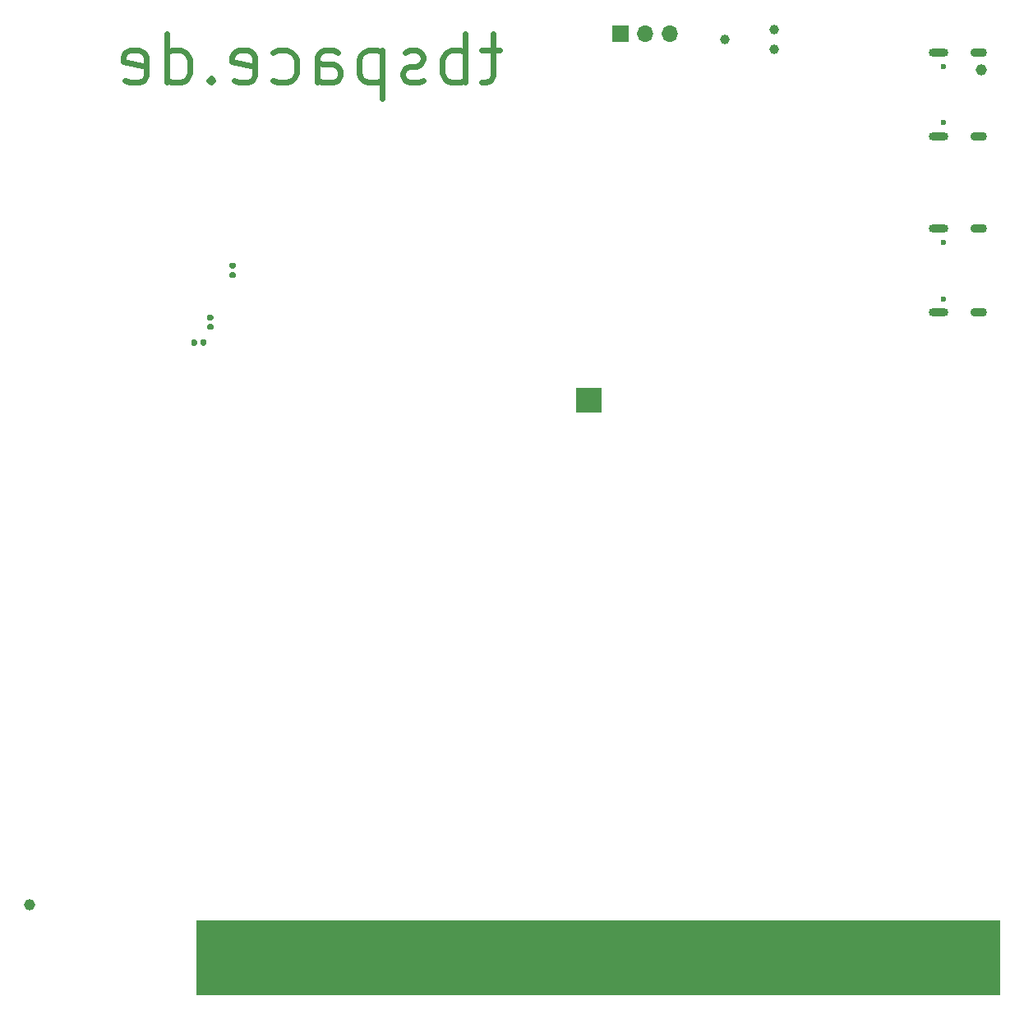
<source format=gbs>
%TF.GenerationSoftware,KiCad,Pcbnew,5.1.6*%
%TF.CreationDate,2020-09-22T14:19:40+02:00*%
%TF.ProjectId,ISASTM,49534153-544d-42e6-9b69-6361645f7063,rev?*%
%TF.SameCoordinates,Original*%
%TF.FileFunction,Soldermask,Bot*%
%TF.FilePolarity,Negative*%
%FSLAX46Y46*%
G04 Gerber Fmt 4.6, Leading zero omitted, Abs format (unit mm)*
G04 Created by KiCad (PCBNEW 5.1.6) date 2020-09-22 14:19:40*
%MOMM*%
%LPD*%
G01*
G04 APERTURE LIST*
%ADD10C,0.600000*%
%ADD11C,0.100000*%
%ADD12C,1.152000*%
%ADD13C,0.990600*%
%ADD14O,2.000000X0.900000*%
%ADD15O,1.700000X0.900000*%
%ADD16C,0.600000*%
%ADD17O,1.700000X1.700000*%
%ADD18R,1.700000X1.700000*%
%ADD19R,1.778000X7.620000*%
G04 APERTURE END LIST*
D10*
X65392857Y-18928571D02*
X63488095Y-18928571D01*
X64678571Y-17261904D02*
X64678571Y-21547619D01*
X64440476Y-22023809D01*
X63964285Y-22261904D01*
X63488095Y-22261904D01*
X61821428Y-22261904D02*
X61821428Y-17261904D01*
X61821428Y-19166666D02*
X61345238Y-18928571D01*
X60392857Y-18928571D01*
X59916666Y-19166666D01*
X59678571Y-19404761D01*
X59440476Y-19880952D01*
X59440476Y-21309523D01*
X59678571Y-21785714D01*
X59916666Y-22023809D01*
X60392857Y-22261904D01*
X61345238Y-22261904D01*
X61821428Y-22023809D01*
X57535714Y-22023809D02*
X57059523Y-22261904D01*
X56107142Y-22261904D01*
X55630952Y-22023809D01*
X55392857Y-21547619D01*
X55392857Y-21309523D01*
X55630952Y-20833333D01*
X56107142Y-20595238D01*
X56821428Y-20595238D01*
X57297619Y-20357142D01*
X57535714Y-19880952D01*
X57535714Y-19642857D01*
X57297619Y-19166666D01*
X56821428Y-18928571D01*
X56107142Y-18928571D01*
X55630952Y-19166666D01*
X53250000Y-18928571D02*
X53250000Y-23928571D01*
X53250000Y-19166666D02*
X52773809Y-18928571D01*
X51821428Y-18928571D01*
X51345238Y-19166666D01*
X51107142Y-19404761D01*
X50869047Y-19880952D01*
X50869047Y-21309523D01*
X51107142Y-21785714D01*
X51345238Y-22023809D01*
X51821428Y-22261904D01*
X52773809Y-22261904D01*
X53250000Y-22023809D01*
X46583333Y-22261904D02*
X46583333Y-19642857D01*
X46821428Y-19166666D01*
X47297619Y-18928571D01*
X48250000Y-18928571D01*
X48726190Y-19166666D01*
X46583333Y-22023809D02*
X47059523Y-22261904D01*
X48250000Y-22261904D01*
X48726190Y-22023809D01*
X48964285Y-21547619D01*
X48964285Y-21071428D01*
X48726190Y-20595238D01*
X48250000Y-20357142D01*
X47059523Y-20357142D01*
X46583333Y-20119047D01*
X42059523Y-22023809D02*
X42535714Y-22261904D01*
X43488095Y-22261904D01*
X43964285Y-22023809D01*
X44202380Y-21785714D01*
X44440476Y-21309523D01*
X44440476Y-19880952D01*
X44202380Y-19404761D01*
X43964285Y-19166666D01*
X43488095Y-18928571D01*
X42535714Y-18928571D01*
X42059523Y-19166666D01*
X38011904Y-22023809D02*
X38488095Y-22261904D01*
X39440476Y-22261904D01*
X39916666Y-22023809D01*
X40154761Y-21547619D01*
X40154761Y-19642857D01*
X39916666Y-19166666D01*
X39440476Y-18928571D01*
X38488095Y-18928571D01*
X38011904Y-19166666D01*
X37773809Y-19642857D01*
X37773809Y-20119047D01*
X40154761Y-20595238D01*
X35630952Y-21785714D02*
X35392857Y-22023809D01*
X35630952Y-22261904D01*
X35869047Y-22023809D01*
X35630952Y-21785714D01*
X35630952Y-22261904D01*
X31107142Y-22261904D02*
X31107142Y-17261904D01*
X31107142Y-22023809D02*
X31583333Y-22261904D01*
X32535714Y-22261904D01*
X33011904Y-22023809D01*
X33250000Y-21785714D01*
X33488095Y-21309523D01*
X33488095Y-19880952D01*
X33250000Y-19404761D01*
X33011904Y-19166666D01*
X32535714Y-18928571D01*
X31583333Y-18928571D01*
X31107142Y-19166666D01*
X26821428Y-22023809D02*
X27297619Y-22261904D01*
X28250000Y-22261904D01*
X28726190Y-22023809D01*
X28964285Y-21547619D01*
X28964285Y-19642857D01*
X28726190Y-19166666D01*
X28250000Y-18928571D01*
X27297619Y-18928571D01*
X26821428Y-19166666D01*
X26583333Y-19642857D01*
X26583333Y-20119047D01*
X28964285Y-20595238D01*
D11*
G36*
X75850000Y-56300000D02*
G01*
X73250000Y-56300000D01*
X73250000Y-53700000D01*
X75850000Y-53700000D01*
X75850000Y-56300000D01*
G37*
G36*
X116840000Y-116205000D02*
G01*
X34163000Y-116205000D01*
X34163000Y-108585000D01*
X116840000Y-108585000D01*
X116840000Y-116205000D01*
G37*
X116840000Y-116205000D02*
X34163000Y-116205000D01*
X34163000Y-108585000D01*
X116840000Y-108585000D01*
X116840000Y-116205000D01*
D12*
%TO.C,H2*%
X17000000Y-107000000D03*
%TD*%
%TO.C,H1*%
X115000000Y-21000000D03*
%TD*%
D13*
%TO.C,J5*%
X93640000Y-16784000D03*
X93640000Y-18816000D03*
X88560000Y-17800000D03*
%TD*%
D14*
%TO.C,J4*%
X110592000Y-27815000D03*
X110592000Y-19175000D03*
D15*
X114762000Y-27815000D03*
X114762000Y-19175000D03*
D16*
X111072000Y-20605000D03*
X111072000Y-26385000D03*
%TD*%
D14*
%TO.C,J2*%
X110592000Y-45976000D03*
X110592000Y-37336000D03*
D15*
X114762000Y-45976000D03*
X114762000Y-37336000D03*
D16*
X111072000Y-38766000D03*
X111072000Y-44546000D03*
%TD*%
%TO.C,C36*%
G36*
G01*
X35742500Y-46788000D02*
X35397500Y-46788000D01*
G75*
G02*
X35250000Y-46640500I0J147500D01*
G01*
X35250000Y-46345500D01*
G75*
G02*
X35397500Y-46198000I147500J0D01*
G01*
X35742500Y-46198000D01*
G75*
G02*
X35890000Y-46345500I0J-147500D01*
G01*
X35890000Y-46640500D01*
G75*
G02*
X35742500Y-46788000I-147500J0D01*
G01*
G37*
G36*
G01*
X35742500Y-47758000D02*
X35397500Y-47758000D01*
G75*
G02*
X35250000Y-47610500I0J147500D01*
G01*
X35250000Y-47315500D01*
G75*
G02*
X35397500Y-47168000I147500J0D01*
G01*
X35742500Y-47168000D01*
G75*
G02*
X35890000Y-47315500I0J-147500D01*
G01*
X35890000Y-47610500D01*
G75*
G02*
X35742500Y-47758000I-147500J0D01*
G01*
G37*
%TD*%
D17*
%TO.C,J3*%
X82880000Y-17200000D03*
X80340000Y-17200000D03*
D18*
X77800000Y-17200000D03*
%TD*%
%TO.C,C17*%
G36*
G01*
X38047500Y-41425000D02*
X37702500Y-41425000D01*
G75*
G02*
X37555000Y-41277500I0J147500D01*
G01*
X37555000Y-40982500D01*
G75*
G02*
X37702500Y-40835000I147500J0D01*
G01*
X38047500Y-40835000D01*
G75*
G02*
X38195000Y-40982500I0J-147500D01*
G01*
X38195000Y-41277500D01*
G75*
G02*
X38047500Y-41425000I-147500J0D01*
G01*
G37*
G36*
G01*
X38047500Y-42395000D02*
X37702500Y-42395000D01*
G75*
G02*
X37555000Y-42247500I0J147500D01*
G01*
X37555000Y-41952500D01*
G75*
G02*
X37702500Y-41805000I147500J0D01*
G01*
X38047500Y-41805000D01*
G75*
G02*
X38195000Y-41952500I0J-147500D01*
G01*
X38195000Y-42247500D01*
G75*
G02*
X38047500Y-42395000I-147500J0D01*
G01*
G37*
%TD*%
%TO.C,C13*%
G36*
G01*
X34205000Y-48880500D02*
X34205000Y-49225500D01*
G75*
G02*
X34057500Y-49373000I-147500J0D01*
G01*
X33762500Y-49373000D01*
G75*
G02*
X33615000Y-49225500I0J147500D01*
G01*
X33615000Y-48880500D01*
G75*
G02*
X33762500Y-48733000I147500J0D01*
G01*
X34057500Y-48733000D01*
G75*
G02*
X34205000Y-48880500I0J-147500D01*
G01*
G37*
G36*
G01*
X35175000Y-48880500D02*
X35175000Y-49225500D01*
G75*
G02*
X35027500Y-49373000I-147500J0D01*
G01*
X34732500Y-49373000D01*
G75*
G02*
X34585000Y-49225500I0J147500D01*
G01*
X34585000Y-48880500D01*
G75*
G02*
X34732500Y-48733000I147500J0D01*
G01*
X35027500Y-48733000D01*
G75*
G02*
X35175000Y-48880500I0J-147500D01*
G01*
G37*
%TD*%
D19*
%TO.C,J1*%
X38100000Y-112395000D03*
X40640000Y-112395000D03*
X43180000Y-112395000D03*
X45720000Y-112395000D03*
X48260000Y-112395000D03*
X50800000Y-112395000D03*
X53340000Y-112395000D03*
X55880000Y-112395000D03*
X58420000Y-112395000D03*
X60960000Y-112395000D03*
X63500000Y-112395000D03*
X66040000Y-112395000D03*
X68580000Y-112395000D03*
X71120000Y-112395000D03*
X73660000Y-112395000D03*
X76200000Y-112395000D03*
X78740000Y-112395000D03*
X81280000Y-112395000D03*
X83820000Y-112395000D03*
X86360000Y-112395000D03*
X88900000Y-112395000D03*
X91440000Y-112395000D03*
X93980000Y-112395000D03*
X96520000Y-112395000D03*
X99060000Y-112395000D03*
X101600000Y-112395000D03*
X104140000Y-112395000D03*
X106680000Y-112395000D03*
X109220000Y-112395000D03*
X111760000Y-112395000D03*
X114300000Y-112395000D03*
%TD*%
M02*

</source>
